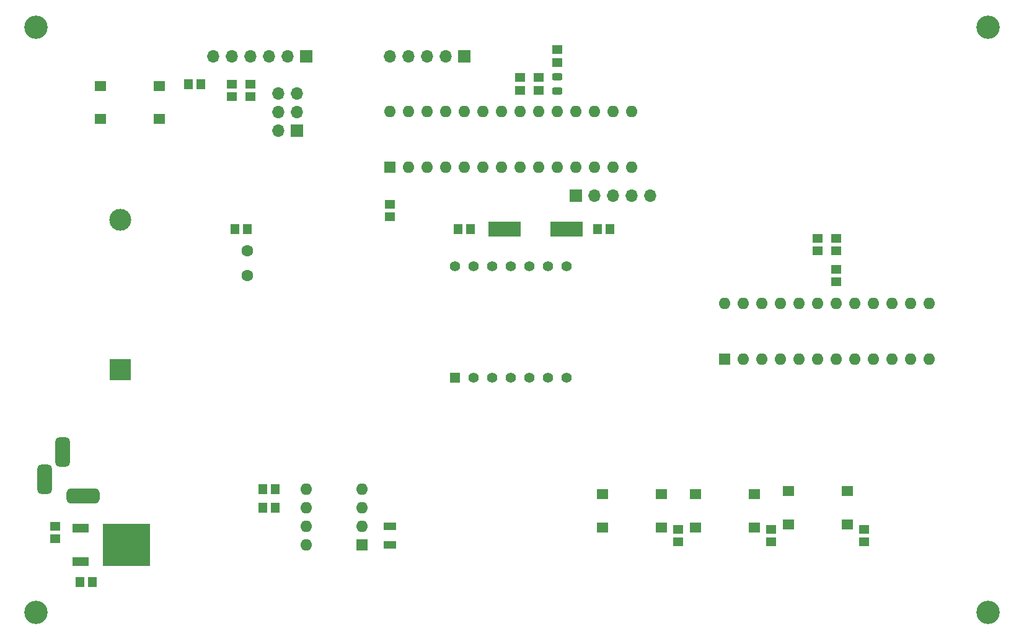
<source format=gbr>
%TF.GenerationSoftware,KiCad,Pcbnew,(6.0.5)*%
%TF.CreationDate,2022-07-21T11:20:11-07:00*%
%TF.ProjectId,clock,636c6f63-6b2e-46b6-9963-61645f706362,rev?*%
%TF.SameCoordinates,Original*%
%TF.FileFunction,Soldermask,Top*%
%TF.FilePolarity,Negative*%
%FSLAX46Y46*%
G04 Gerber Fmt 4.6, Leading zero omitted, Abs format (unit mm)*
G04 Created by KiCad (PCBNEW (6.0.5)) date 2022-07-21 11:20:11*
%MOMM*%
%LPD*%
G01*
G04 APERTURE LIST*
G04 Aperture macros list*
%AMRoundRect*
0 Rectangle with rounded corners*
0 $1 Rounding radius*
0 $2 $3 $4 $5 $6 $7 $8 $9 X,Y pos of 4 corners*
0 Add a 4 corners polygon primitive as box body*
4,1,4,$2,$3,$4,$5,$6,$7,$8,$9,$2,$3,0*
0 Add four circle primitives for the rounded corners*
1,1,$1+$1,$2,$3*
1,1,$1+$1,$4,$5*
1,1,$1+$1,$6,$7*
1,1,$1+$1,$8,$9*
0 Add four rect primitives between the rounded corners*
20,1,$1+$1,$2,$3,$4,$5,0*
20,1,$1+$1,$4,$5,$6,$7,0*
20,1,$1+$1,$6,$7,$8,$9,0*
20,1,$1+$1,$8,$9,$2,$3,0*%
G04 Aperture macros list end*
%ADD10R,1.600000X1.600000*%
%ADD11O,1.600000X1.600000*%
%ADD12C,3.200000*%
%ADD13R,1.700000X1.700000*%
%ADD14O,1.700000X1.700000*%
%ADD15R,1.150000X1.400000*%
%ADD16R,1.400000X1.150000*%
%ADD17R,1.400000X1.400000*%
%ADD18C,1.400000*%
%ADD19R,1.600000X1.400000*%
%ADD20R,3.000000X3.000000*%
%ADD21C,3.000000*%
%ADD22RoundRect,0.243750X-0.456250X0.243750X-0.456250X-0.243750X0.456250X-0.243750X0.456250X0.243750X0*%
%ADD23C,1.600000*%
%ADD24R,1.800000X1.000000*%
%ADD25R,2.200000X1.200000*%
%ADD26R,6.400000X5.800000*%
%ADD27R,4.500000X2.000000*%
%ADD28RoundRect,0.500000X-1.750000X-0.500000X1.750000X-0.500000X1.750000X0.500000X-1.750000X0.500000X0*%
%ADD29RoundRect,0.500000X0.500000X-1.500000X0.500000X1.500000X-0.500000X1.500000X-0.500000X-1.500000X0*%
G04 APERTURE END LIST*
D10*
%TO.C,U1*%
X133360000Y-79200000D03*
D11*
X135900000Y-79200000D03*
X138440000Y-79200000D03*
X140980000Y-79200000D03*
X143520000Y-79200000D03*
X146060000Y-79200000D03*
X148600000Y-79200000D03*
X151140000Y-79200000D03*
X153680000Y-79200000D03*
X156220000Y-79200000D03*
X158760000Y-79200000D03*
X161300000Y-79200000D03*
X163840000Y-79200000D03*
X166380000Y-79200000D03*
X166380000Y-71580000D03*
X163840000Y-71580000D03*
X161300000Y-71580000D03*
X158760000Y-71580000D03*
X156220000Y-71580000D03*
X153680000Y-71580000D03*
X151140000Y-71580000D03*
X148600000Y-71580000D03*
X146060000Y-71580000D03*
X143520000Y-71580000D03*
X140980000Y-71580000D03*
X138440000Y-71580000D03*
X135900000Y-71580000D03*
X133360000Y-71580000D03*
%TD*%
D12*
%TO.C,H4*%
X215000000Y-140000000D03*
%TD*%
D13*
%TO.C,J1*%
X121920000Y-63970000D03*
D14*
X119380000Y-63970000D03*
X116840000Y-63970000D03*
X114300000Y-63970000D03*
X111760000Y-63970000D03*
X109220000Y-63970000D03*
%TD*%
D10*
%TO.C,U4*%
X129530000Y-130800000D03*
D11*
X129530000Y-128260000D03*
X129530000Y-125720000D03*
X129530000Y-123180000D03*
X121910000Y-123180000D03*
X121910000Y-125720000D03*
X121910000Y-128260000D03*
X121910000Y-130800000D03*
%TD*%
D15*
%TO.C,R9*%
X113880000Y-87630000D03*
X112180000Y-87630000D03*
%TD*%
D16*
%TO.C,C8*%
X191770000Y-90600000D03*
X191770000Y-88900000D03*
%TD*%
D15*
%TO.C,C7*%
X91010000Y-135890000D03*
X92710000Y-135890000D03*
%TD*%
D16*
%TO.C,R2*%
X111760000Y-67780000D03*
X111760000Y-69480000D03*
%TD*%
D13*
%TO.C,J4*%
X143505000Y-63970000D03*
D14*
X140965000Y-63970000D03*
X138425000Y-63970000D03*
X135885000Y-63970000D03*
X133345000Y-63970000D03*
%TD*%
D15*
%TO.C,C5*%
X105830000Y-67780000D03*
X107530000Y-67780000D03*
%TD*%
%TO.C,R6*%
X115990000Y-123190000D03*
X117690000Y-123190000D03*
%TD*%
D16*
%TO.C,R11*%
X185420000Y-130390000D03*
X185420000Y-128690000D03*
%TD*%
%TO.C,R4*%
X156210000Y-64820000D03*
X156210000Y-63120000D03*
%TD*%
D17*
%TO.C,DS1*%
X142240000Y-107950000D03*
D18*
X144780000Y-107950000D03*
X147320000Y-107950000D03*
X149860000Y-107950000D03*
X152400000Y-107950000D03*
X154940000Y-107950000D03*
X157480000Y-107950000D03*
X157480000Y-92710000D03*
X154940000Y-92710000D03*
X152400000Y-92710000D03*
X149860000Y-92710000D03*
X147320000Y-92710000D03*
X144780000Y-92710000D03*
X142240000Y-92710000D03*
%TD*%
D15*
%TO.C,C4*%
X144360000Y-87630000D03*
X142660000Y-87630000D03*
%TD*%
D16*
%TO.C,C9*%
X194310000Y-90600000D03*
X194310000Y-88900000D03*
%TD*%
D19*
%TO.C,SW3*%
X175070000Y-123900000D03*
X183070000Y-123900000D03*
X175070000Y-128400000D03*
X183070000Y-128400000D03*
%TD*%
D12*
%TO.C,H2*%
X215000000Y-60000000D03*
%TD*%
D16*
%TO.C,R1*%
X133350000Y-85940000D03*
X133350000Y-84240000D03*
%TD*%
D20*
%TO.C,BT1*%
X96520017Y-106863686D03*
D21*
X96520017Y-86373686D03*
%TD*%
D16*
%TO.C,R3*%
X114300000Y-67780000D03*
X114300000Y-69480000D03*
%TD*%
D13*
%TO.C,J5*%
X158755000Y-83020000D03*
D14*
X161295000Y-83020000D03*
X163835000Y-83020000D03*
X166375000Y-83020000D03*
X168915000Y-83020000D03*
%TD*%
D12*
%TO.C,H3*%
X85000000Y-140000000D03*
%TD*%
D15*
%TO.C,C3*%
X161710000Y-87630000D03*
X163410000Y-87630000D03*
%TD*%
D19*
%TO.C,SW2*%
X187770000Y-123480000D03*
X195770000Y-123480000D03*
X187770000Y-127980000D03*
X195770000Y-127980000D03*
%TD*%
D15*
%TO.C,R5*%
X117690000Y-125730000D03*
X115990000Y-125730000D03*
%TD*%
D19*
%TO.C,SW1*%
X101790000Y-72570000D03*
X93790000Y-72570000D03*
X101790000Y-68070000D03*
X93790000Y-68070000D03*
%TD*%
D12*
%TO.C,H1*%
X85000000Y-60000000D03*
%TD*%
D22*
%TO.C,D1*%
X156210000Y-66842500D03*
X156210000Y-68717500D03*
%TD*%
D23*
%TO.C,R8*%
X113880000Y-93980000D03*
X113880000Y-90580000D03*
%TD*%
D16*
%TO.C,R10*%
X198120000Y-130390000D03*
X198120000Y-128690000D03*
%TD*%
%TO.C,C6*%
X87630000Y-128270000D03*
X87630000Y-129970000D03*
%TD*%
%TO.C,R12*%
X172720000Y-130390000D03*
X172720000Y-128690000D03*
%TD*%
D13*
%TO.C,J3*%
X120650000Y-74130000D03*
D14*
X118110000Y-74130000D03*
X120650000Y-71590000D03*
X118110000Y-71590000D03*
X120650000Y-69050000D03*
X118110000Y-69050000D03*
%TD*%
D24*
%TO.C,Y2*%
X133350000Y-130810000D03*
X133350000Y-128310000D03*
%TD*%
D16*
%TO.C,C1*%
X151130000Y-68630000D03*
X151130000Y-66930000D03*
%TD*%
D19*
%TO.C,SW4*%
X162370000Y-123900000D03*
X170370000Y-123900000D03*
X162370000Y-128400000D03*
X170370000Y-128400000D03*
%TD*%
D16*
%TO.C,C2*%
X153670000Y-68630000D03*
X153670000Y-66930000D03*
%TD*%
D10*
%TO.C,U3*%
X179065000Y-105400000D03*
D11*
X181605000Y-105400000D03*
X184145000Y-105400000D03*
X186685000Y-105400000D03*
X189225000Y-105400000D03*
X191765000Y-105400000D03*
X194305000Y-105400000D03*
X196845000Y-105400000D03*
X199385000Y-105400000D03*
X201925000Y-105400000D03*
X204465000Y-105400000D03*
X207005000Y-105400000D03*
X207005000Y-97780000D03*
X204465000Y-97780000D03*
X201925000Y-97780000D03*
X199385000Y-97780000D03*
X196845000Y-97780000D03*
X194305000Y-97780000D03*
X191765000Y-97780000D03*
X189225000Y-97780000D03*
X186685000Y-97780000D03*
X184145000Y-97780000D03*
X181605000Y-97780000D03*
X179065000Y-97780000D03*
%TD*%
D16*
%TO.C,R7*%
X194310000Y-93130000D03*
X194310000Y-94830000D03*
%TD*%
D25*
%TO.C,U2*%
X91050000Y-128530000D03*
D26*
X97350000Y-130810000D03*
D25*
X91050000Y-133090000D03*
%TD*%
D27*
%TO.C,Y1*%
X157480000Y-87630000D03*
X148980000Y-87630000D03*
%TD*%
D28*
%TO.C,J2*%
X91440000Y-124150000D03*
D29*
X86140000Y-121850000D03*
X88640000Y-118150000D03*
%TD*%
M02*

</source>
